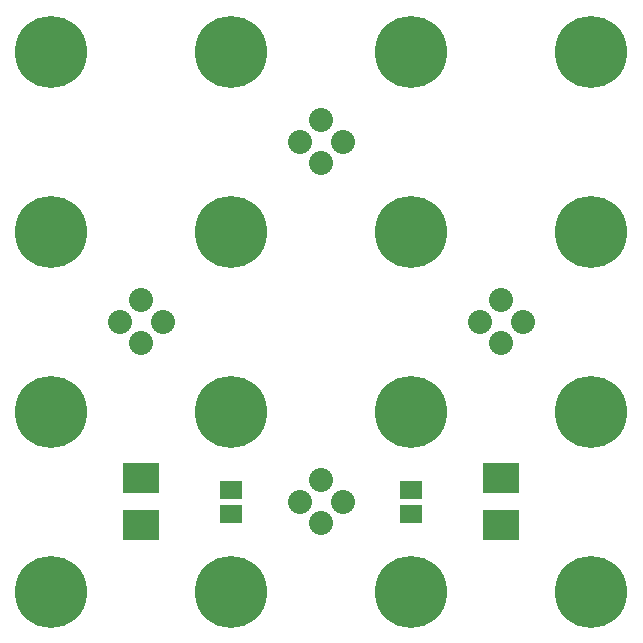
<source format=gbs>
%TF.GenerationSoftware,KiCad,Pcbnew,4.0.6-e0-6349~53~ubuntu16.04.1*%
%TF.CreationDate,2017-08-11T00:01:19+05:30*%
%TF.ProjectId,ultim8x8,756C74696D3878382E6B696361645F70,2.0*%
%TF.FileFunction,Soldermask,Bot*%
%FSLAX46Y46*%
G04 Gerber Fmt 4.6, Leading zero omitted, Abs format (unit mm)*
G04 Created by KiCad (PCBNEW 4.0.6-e0-6349~53~ubuntu16.04.1) date Fri Aug 11 00:01:19 2017*
%MOMM*%
%LPD*%
G01*
G04 APERTURE LIST*
%ADD10C,0.254000*%
%ADD11R,1.930400X1.574800*%
%ADD12C,6.108000*%
%ADD13R,3.008000X2.508000*%
%ADD14C,2.032000*%
G04 APERTURE END LIST*
D10*
D11*
X67310000Y-73914000D03*
X67310000Y-75946000D03*
X52070000Y-73914000D03*
X52070000Y-75946000D03*
D12*
X82550000Y-82550000D03*
X82550000Y-36830000D03*
X67310000Y-67310000D03*
X52070000Y-67310000D03*
X36830000Y-36830000D03*
X36830000Y-82550000D03*
X52070000Y-52070000D03*
X67310000Y-52070000D03*
D13*
X44450000Y-76930000D03*
X44450000Y-72930000D03*
X74930000Y-76930000D03*
X74930000Y-72930000D03*
D14*
X44450000Y-61486051D03*
X42653949Y-59690000D03*
X44450000Y-57893949D03*
X46246051Y-59690000D03*
X57893949Y-44450000D03*
X59690000Y-42653949D03*
X61486051Y-44450000D03*
X59690000Y-46246051D03*
X59690000Y-73133949D03*
X61486051Y-74930000D03*
X59690000Y-76726051D03*
X57893949Y-74930000D03*
X76726051Y-59690000D03*
X74930000Y-61486051D03*
X73133949Y-59690000D03*
X74930000Y-57893949D03*
D12*
X36830000Y-52070000D03*
X82550000Y-52070000D03*
X36830000Y-67310000D03*
X82550000Y-67310000D03*
X67310000Y-36830000D03*
X52070000Y-36830000D03*
X52070000Y-82550000D03*
X67310000Y-82550000D03*
M02*

</source>
